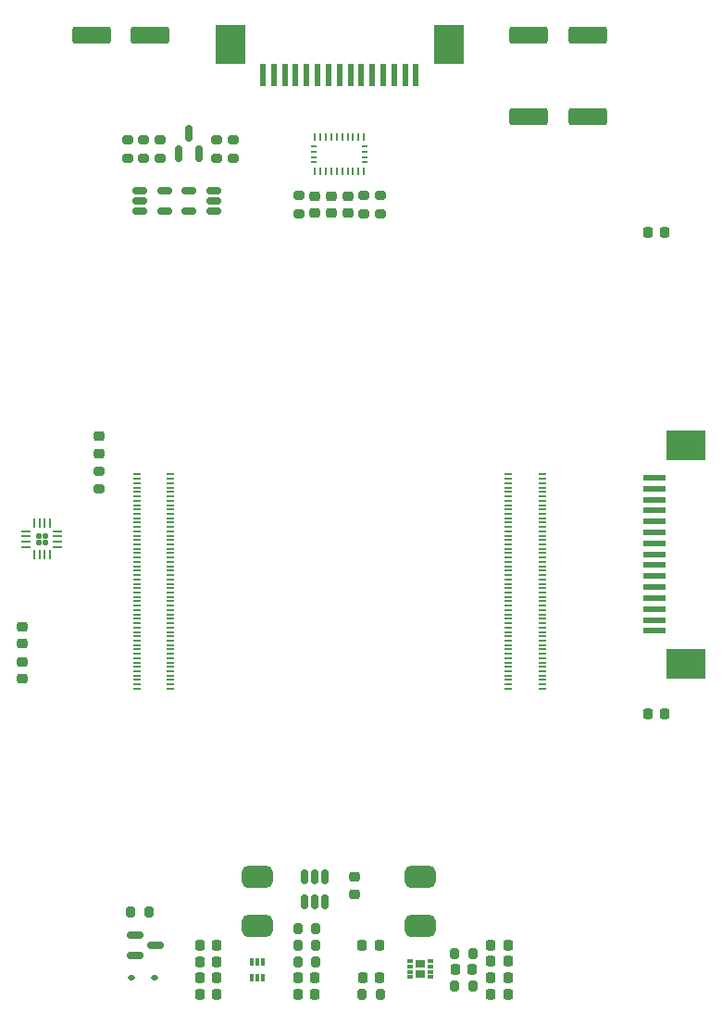
<source format=gbr>
%TF.GenerationSoftware,KiCad,Pcbnew,9.0.7*%
%TF.CreationDate,2026-01-20T00:58:21+01:00*%
%TF.ProjectId,beta-main,62657461-2d6d-4616-996e-2e6b69636164,rev?*%
%TF.SameCoordinates,Original*%
%TF.FileFunction,Paste,Top*%
%TF.FilePolarity,Positive*%
%FSLAX46Y46*%
G04 Gerber Fmt 4.6, Leading zero omitted, Abs format (unit mm)*
G04 Created by KiCad (PCBNEW 9.0.7) date 2026-01-20 00:58:21*
%MOMM*%
%LPD*%
G01*
G04 APERTURE LIST*
G04 Aperture macros list*
%AMRoundRect*
0 Rectangle with rounded corners*
0 $1 Rounding radius*
0 $2 $3 $4 $5 $6 $7 $8 $9 X,Y pos of 4 corners*
0 Add a 4 corners polygon primitive as box body*
4,1,4,$2,$3,$4,$5,$6,$7,$8,$9,$2,$3,0*
0 Add four circle primitives for the rounded corners*
1,1,$1+$1,$2,$3*
1,1,$1+$1,$4,$5*
1,1,$1+$1,$6,$7*
1,1,$1+$1,$8,$9*
0 Add four rect primitives between the rounded corners*
20,1,$1+$1,$2,$3,$4,$5,0*
20,1,$1+$1,$4,$5,$6,$7,0*
20,1,$1+$1,$6,$7,$8,$9,0*
20,1,$1+$1,$8,$9,$2,$3,0*%
G04 Aperture macros list end*
%ADD10RoundRect,0.150000X0.150000X-0.587500X0.150000X0.587500X-0.150000X0.587500X-0.150000X-0.587500X0*%
%ADD11R,0.700000X0.200000*%
%ADD12RoundRect,0.200000X0.200000X0.275000X-0.200000X0.275000X-0.200000X-0.275000X0.200000X-0.275000X0*%
%ADD13RoundRect,0.087500X-0.087500X0.250000X-0.087500X-0.250000X0.087500X-0.250000X0.087500X0.250000X0*%
%ADD14RoundRect,0.225000X0.225000X0.250000X-0.225000X0.250000X-0.225000X-0.250000X0.225000X-0.250000X0*%
%ADD15RoundRect,0.200000X-0.275000X0.200000X-0.275000X-0.200000X0.275000X-0.200000X0.275000X0.200000X0*%
%ADD16RoundRect,0.225000X-0.225000X-0.250000X0.225000X-0.250000X0.225000X0.250000X-0.225000X0.250000X0*%
%ADD17RoundRect,0.500000X0.900000X-0.500000X0.900000X0.500000X-0.900000X0.500000X-0.900000X-0.500000X0*%
%ADD18RoundRect,0.225000X-0.250000X0.225000X-0.250000X-0.225000X0.250000X-0.225000X0.250000X0.225000X0*%
%ADD19RoundRect,0.250000X1.500000X0.550000X-1.500000X0.550000X-1.500000X-0.550000X1.500000X-0.550000X0*%
%ADD20RoundRect,0.200000X0.275000X-0.200000X0.275000X0.200000X-0.275000X0.200000X-0.275000X-0.200000X0*%
%ADD21RoundRect,0.112500X-0.187500X-0.112500X0.187500X-0.112500X0.187500X0.112500X-0.187500X0.112500X0*%
%ADD22R,0.250000X0.675000*%
%ADD23R,0.575000X0.250000*%
%ADD24RoundRect,0.200000X-0.200000X-0.275000X0.200000X-0.275000X0.200000X0.275000X-0.200000X0.275000X0*%
%ADD25RoundRect,0.225000X0.250000X-0.225000X0.250000X0.225000X-0.250000X0.225000X-0.250000X-0.225000X0*%
%ADD26RoundRect,0.218750X0.256250X-0.218750X0.256250X0.218750X-0.256250X0.218750X-0.256250X-0.218750X0*%
%ADD27R,2.000000X0.610000*%
%ADD28R,3.600000X2.680000*%
%ADD29RoundRect,0.250000X-1.500000X-0.550000X1.500000X-0.550000X1.500000X0.550000X-1.500000X0.550000X0*%
%ADD30RoundRect,0.150000X-0.512500X-0.150000X0.512500X-0.150000X0.512500X0.150000X-0.512500X0.150000X0*%
%ADD31R,0.850000X0.650000*%
%ADD32R,0.500000X0.300000*%
%ADD33RoundRect,0.125000X-0.125000X0.125000X-0.125000X-0.125000X0.125000X-0.125000X0.125000X0.125000X0*%
%ADD34RoundRect,0.062500X-0.062500X0.350000X-0.062500X-0.350000X0.062500X-0.350000X0.062500X0.350000X0*%
%ADD35RoundRect,0.062500X-0.350000X0.062500X-0.350000X-0.062500X0.350000X-0.062500X0.350000X0.062500X0*%
%ADD36RoundRect,0.150000X-0.150000X0.512500X-0.150000X-0.512500X0.150000X-0.512500X0.150000X0.512500X0*%
%ADD37RoundRect,0.150000X-0.587500X-0.150000X0.587500X-0.150000X0.587500X0.150000X-0.587500X0.150000X0*%
%ADD38R,0.610000X2.000000*%
%ADD39R,2.680000X3.600000*%
%ADD40RoundRect,0.150000X0.512500X0.150000X-0.512500X0.150000X-0.512500X-0.150000X0.512500X-0.150000X0*%
G04 APERTURE END LIST*
D10*
%TO.C,Q1*%
X85250000Y-63367500D03*
X87150000Y-63367500D03*
X86200000Y-61492500D03*
%TD*%
D11*
%TO.C,CM5*%
X81460000Y-92700000D03*
X84540000Y-92700000D03*
X81460000Y-93100000D03*
X84540000Y-93100000D03*
X81460000Y-93500000D03*
X84540000Y-93500000D03*
X81460000Y-93900000D03*
X84540000Y-93900000D03*
X81460000Y-94300000D03*
X84540000Y-94300000D03*
X81460000Y-94700000D03*
X84540000Y-94700000D03*
X81460000Y-95100000D03*
X84540000Y-95100000D03*
X81460000Y-95500000D03*
X84540000Y-95500000D03*
X81460000Y-95900000D03*
X84540000Y-95900000D03*
X81460000Y-96300000D03*
X84540000Y-96300000D03*
X81460000Y-96700000D03*
X84540000Y-96700000D03*
X81460000Y-97100000D03*
X84540000Y-97100000D03*
X81460000Y-97500000D03*
X84540000Y-97500000D03*
X81460000Y-97900000D03*
X84540000Y-97900000D03*
X81460000Y-98300000D03*
X84540000Y-98300000D03*
X81460000Y-98700000D03*
X84540000Y-98700000D03*
X81460000Y-99100000D03*
X84540000Y-99100000D03*
X81460000Y-99500000D03*
X84540000Y-99500000D03*
X81460000Y-99900000D03*
X84540000Y-99900000D03*
X81460000Y-100300000D03*
X84540000Y-100300000D03*
X81460000Y-100700000D03*
X84540000Y-100700000D03*
X81460000Y-101100000D03*
X84540000Y-101100000D03*
X81460000Y-101500000D03*
X84540000Y-101500000D03*
X81460000Y-101900000D03*
X84540000Y-101900000D03*
X81460000Y-102300000D03*
X84540000Y-102300000D03*
X81460000Y-102700000D03*
X84540000Y-102700000D03*
X81460000Y-103100000D03*
X84540000Y-103100000D03*
X81460000Y-103500000D03*
X84540000Y-103500000D03*
X81460000Y-103900000D03*
X84540000Y-103900000D03*
X81460000Y-104300000D03*
X84540000Y-104300000D03*
X81460000Y-104700000D03*
X84540000Y-104700000D03*
X81460000Y-105100000D03*
X84540000Y-105100000D03*
X81460000Y-105500000D03*
X84540000Y-105500000D03*
X81460000Y-105900000D03*
X84540000Y-105900000D03*
X81460000Y-106300000D03*
X84540000Y-106300000D03*
X81460000Y-106700000D03*
X84540000Y-106700000D03*
X81460000Y-107100000D03*
X84540000Y-107100000D03*
X81460000Y-107500000D03*
X84540000Y-107500000D03*
X81460000Y-107900000D03*
X84540000Y-107900000D03*
X81460000Y-108300000D03*
X84540000Y-108300000D03*
X81460000Y-108700000D03*
X84540000Y-108700000D03*
X81460000Y-109100000D03*
X84540000Y-109100000D03*
X81460000Y-109500000D03*
X84540000Y-109500000D03*
X81460000Y-109900000D03*
X84540000Y-109900000D03*
X81460000Y-110300000D03*
X84540000Y-110300000D03*
X81460000Y-110700000D03*
X84540000Y-110700000D03*
X81460000Y-111100000D03*
X84540000Y-111100000D03*
X81460000Y-111500000D03*
X84540000Y-111500000D03*
X81460000Y-111900000D03*
X84540000Y-111900000D03*
X81460000Y-112300000D03*
X84540000Y-112300000D03*
X115460000Y-92700000D03*
X118540000Y-92700000D03*
X115460000Y-93100000D03*
X118540000Y-93100000D03*
X115460000Y-93500000D03*
X118540000Y-93500000D03*
X115460000Y-93900000D03*
X118540000Y-93900000D03*
X115460000Y-94300000D03*
X118540000Y-94300000D03*
X115460000Y-94700000D03*
X118540000Y-94700000D03*
X115460000Y-95100000D03*
X118540000Y-95100000D03*
X115460000Y-95500000D03*
X118540000Y-95500000D03*
X115460000Y-95900000D03*
X118540000Y-95900000D03*
X115460000Y-96300000D03*
X118540000Y-96300000D03*
X115460000Y-96700000D03*
X118540000Y-96700000D03*
X115460000Y-97100000D03*
X118540000Y-97100000D03*
X115460000Y-97500000D03*
X118540000Y-97500000D03*
X115460000Y-97900000D03*
X118540000Y-97900000D03*
X115460000Y-98300000D03*
X118540000Y-98300000D03*
X115460000Y-98700000D03*
X118540000Y-98700000D03*
X115460000Y-99100000D03*
X118540000Y-99100000D03*
X115460000Y-99500000D03*
X118540000Y-99500000D03*
X115460000Y-99900000D03*
X118540000Y-99900000D03*
X115460000Y-100300000D03*
X118540000Y-100300000D03*
X115460000Y-100700000D03*
X118540000Y-100700000D03*
X115460000Y-101100000D03*
X118540000Y-101100000D03*
X115460000Y-101500000D03*
X118540000Y-101500000D03*
X115460000Y-101900000D03*
X118540000Y-101900000D03*
X115460000Y-102300000D03*
X118540000Y-102300000D03*
X115460000Y-102700000D03*
X118540000Y-102700000D03*
X115460000Y-103100000D03*
X118540000Y-103100000D03*
X115460000Y-103500000D03*
X118540000Y-103500000D03*
X115460000Y-103900000D03*
X118540000Y-103900000D03*
X115460000Y-104300000D03*
X118540000Y-104300000D03*
X115460000Y-104700000D03*
X118540000Y-104700000D03*
X115460000Y-105100000D03*
X118540000Y-105100000D03*
X115460000Y-105500000D03*
X118540000Y-105500000D03*
X115460000Y-105900000D03*
X118540000Y-105900000D03*
X115460000Y-106300000D03*
X118540000Y-106300000D03*
X115460000Y-106700000D03*
X118540000Y-106700000D03*
X115460000Y-107100000D03*
X118540000Y-107100000D03*
X115460000Y-107500000D03*
X118540000Y-107500000D03*
X115460000Y-107900000D03*
X118540000Y-107900000D03*
X115460000Y-108300000D03*
X118540000Y-108300000D03*
X115460000Y-108700000D03*
X118540000Y-108700000D03*
X115460000Y-109100000D03*
X118540000Y-109100000D03*
X115460000Y-109500000D03*
X118540000Y-109500000D03*
X115460000Y-109900000D03*
X118540000Y-109900000D03*
X115460000Y-110300000D03*
X118540000Y-110300000D03*
X115460000Y-110700000D03*
X118540000Y-110700000D03*
X115460000Y-111100000D03*
X118540000Y-111100000D03*
X115460000Y-111500000D03*
X118540000Y-111500000D03*
X115460000Y-111900000D03*
X118540000Y-111900000D03*
X115460000Y-112300000D03*
X118540000Y-112300000D03*
%TD*%
D12*
%TO.C,R7*%
X97825000Y-135750000D03*
X96175000Y-135750000D03*
%TD*%
D13*
%TO.C,U6*%
X93000000Y-137287500D03*
X92500000Y-137287500D03*
X92000000Y-137287500D03*
X92000000Y-138712500D03*
X92500000Y-138712500D03*
X93000000Y-138712500D03*
%TD*%
D14*
%TO.C,C11*%
X88775000Y-135750000D03*
X87225000Y-135750000D03*
%TD*%
D15*
%TO.C,R5*%
X88800000Y-62105000D03*
X88800000Y-63755000D03*
%TD*%
D16*
%TO.C,C18*%
X113862500Y-140237500D03*
X115412500Y-140237500D03*
%TD*%
%TO.C,C13*%
X113862500Y-137237500D03*
X115412500Y-137237500D03*
%TD*%
D17*
%TO.C,L1*%
X92500000Y-134000000D03*
X92500000Y-129500000D03*
%TD*%
D18*
%TO.C,C7*%
X71000000Y-106625000D03*
X71000000Y-108175000D03*
%TD*%
D19*
%TO.C,C12*%
X122700000Y-60000000D03*
X117300000Y-60000000D03*
%TD*%
D12*
%TO.C,R6*%
X103712500Y-140237500D03*
X102062500Y-140237500D03*
%TD*%
D20*
%TO.C,R14*%
X96266606Y-68865669D03*
X96266606Y-67215669D03*
%TD*%
D21*
%TO.C,D2*%
X80950000Y-138750000D03*
X83050000Y-138750000D03*
%TD*%
D15*
%TO.C,R4*%
X90300000Y-62105000D03*
X90300000Y-63755000D03*
%TD*%
D14*
%TO.C,C21*%
X129775000Y-70600000D03*
X128225000Y-70600000D03*
%TD*%
D16*
%TO.C,C20*%
X113862500Y-135737500D03*
X115412500Y-135737500D03*
%TD*%
D14*
%TO.C,C5*%
X103637500Y-135737500D03*
X102087500Y-135737500D03*
%TD*%
D15*
%TO.C,R2*%
X80600000Y-62105000D03*
X80600000Y-63755000D03*
%TD*%
D22*
%TO.C,U3*%
X97750000Y-61858900D03*
D23*
X97687500Y-62671400D03*
X97687500Y-63171400D03*
X97687500Y-63671400D03*
X97687500Y-64171400D03*
D22*
X97750000Y-64983900D03*
X98250000Y-64983900D03*
X98750000Y-64983900D03*
X99250000Y-64983900D03*
X99750000Y-64983900D03*
X100250000Y-64983900D03*
X100750000Y-64983900D03*
X101250000Y-64983900D03*
X101750000Y-64983900D03*
X102250000Y-64983900D03*
D23*
X102312500Y-64171400D03*
X102312500Y-63671400D03*
X102312500Y-63171400D03*
X102312500Y-62671400D03*
D22*
X102250000Y-61858900D03*
X101750000Y-61858900D03*
X101250000Y-61858900D03*
X100750000Y-61858900D03*
X100250000Y-61858900D03*
X99750000Y-61858900D03*
X99250000Y-61858900D03*
X98750000Y-61858900D03*
X98250000Y-61858900D03*
%TD*%
D16*
%TO.C,C6*%
X96225000Y-140250000D03*
X97775000Y-140250000D03*
%TD*%
D15*
%TO.C,R1*%
X83600000Y-62105000D03*
X83600000Y-63755000D03*
%TD*%
D24*
%TO.C,R13*%
X80925000Y-132750000D03*
X82575000Y-132750000D03*
%TD*%
D19*
%TO.C,C24*%
X122700000Y-52500000D03*
X117300000Y-52500000D03*
%TD*%
D25*
%TO.C,C8*%
X71000000Y-111375000D03*
X71000000Y-109825000D03*
%TD*%
D15*
%TO.C,R3*%
X82100000Y-62105000D03*
X82100000Y-63755000D03*
%TD*%
D26*
%TO.C,D1*%
X78000000Y-90787500D03*
X78000000Y-89212500D03*
%TD*%
D24*
%TO.C,R9*%
X96175000Y-134250000D03*
X97825000Y-134250000D03*
%TD*%
D12*
%TO.C,R10*%
X112212500Y-136487500D03*
X110562500Y-136487500D03*
%TD*%
D20*
%TO.C,R16*%
X103766606Y-68865669D03*
X103766606Y-67215669D03*
%TD*%
D18*
%TO.C,C23*%
X99266606Y-67265669D03*
X99266606Y-68815669D03*
%TD*%
D17*
%TO.C,L2*%
X107387500Y-133987500D03*
X107387500Y-129487500D03*
%TD*%
D24*
%TO.C,R8*%
X96175000Y-137250000D03*
X97825000Y-137250000D03*
%TD*%
D27*
%TO.C,J5*%
X128850000Y-107000000D03*
X128850000Y-106000000D03*
X128850000Y-105000000D03*
X128850000Y-104000000D03*
X128850000Y-103000000D03*
X128850000Y-102000000D03*
X128850000Y-101000000D03*
X128850000Y-100000000D03*
X128850000Y-99000000D03*
X128850000Y-98000000D03*
X128850000Y-97000000D03*
X128850000Y-96000000D03*
X128850000Y-95000000D03*
X128850000Y-94000000D03*
X128850000Y-93000000D03*
D28*
X131650000Y-109990000D03*
X131650000Y-90010000D03*
%TD*%
D14*
%TO.C,C4*%
X103662500Y-138737500D03*
X102112500Y-138737500D03*
%TD*%
D24*
%TO.C,R11*%
X110562500Y-139487500D03*
X112212500Y-139487500D03*
%TD*%
D16*
%TO.C,C16*%
X113862500Y-138737500D03*
X115412500Y-138737500D03*
%TD*%
D20*
%TO.C,R15*%
X102266606Y-68865669D03*
X102266606Y-67215669D03*
%TD*%
D29*
%TO.C,C2*%
X77300000Y-52500000D03*
X82700000Y-52500000D03*
%TD*%
D30*
%TO.C,U2*%
X81712500Y-66730000D03*
X81712500Y-67680000D03*
X81712500Y-68630000D03*
X83987500Y-68630000D03*
X83987500Y-66730000D03*
%TD*%
D14*
%TO.C,C10*%
X112162500Y-137987500D03*
X110612500Y-137987500D03*
%TD*%
D25*
%TO.C,C1*%
X97766606Y-68815669D03*
X97766606Y-67265669D03*
%TD*%
D18*
%TO.C,C22*%
X100766606Y-67265669D03*
X100766606Y-68815669D03*
%TD*%
D14*
%TO.C,C19*%
X88775000Y-140250000D03*
X87225000Y-140250000D03*
%TD*%
%TO.C,C14*%
X88775000Y-137250000D03*
X87225000Y-137250000D03*
%TD*%
D31*
%TO.C,U5*%
X107387500Y-138362500D03*
X107387500Y-137487500D03*
D32*
X108287500Y-138675000D03*
X108287500Y-138175000D03*
X108287500Y-137675000D03*
X108287500Y-137175000D03*
X106487500Y-137175000D03*
X106487500Y-137675000D03*
X106487500Y-138175000D03*
X106487500Y-138675000D03*
%TD*%
D33*
%TO.C,U1*%
X73110000Y-98315000D03*
X72490000Y-98315000D03*
X73110000Y-98935000D03*
X72490000Y-98935000D03*
D34*
X73550000Y-97187500D03*
X73050000Y-97187500D03*
X72550000Y-97187500D03*
X72050000Y-97187500D03*
D35*
X71362500Y-97875000D03*
X71362500Y-98375000D03*
X71362500Y-98875000D03*
X71362500Y-99375000D03*
D34*
X72050000Y-100062500D03*
X72550000Y-100062500D03*
X73050000Y-100062500D03*
X73550000Y-100062500D03*
D35*
X74237500Y-99375000D03*
X74237500Y-98875000D03*
X74237500Y-98375000D03*
X74237500Y-97875000D03*
%TD*%
D36*
%TO.C,U7*%
X98700000Y-129462500D03*
X97750000Y-129462500D03*
X96800000Y-129462500D03*
X96800000Y-131737500D03*
X97750000Y-131737500D03*
X98700000Y-131737500D03*
%TD*%
D14*
%TO.C,C17*%
X88775000Y-138750000D03*
X87225000Y-138750000D03*
%TD*%
D20*
%TO.C,R12*%
X78000000Y-94025000D03*
X78000000Y-92375000D03*
%TD*%
D37*
%TO.C,Q2*%
X81312500Y-134800000D03*
X81312500Y-136700000D03*
X83187500Y-135750000D03*
%TD*%
D38*
%TO.C,J8*%
X107000000Y-56150000D03*
X106000000Y-56150000D03*
X105000000Y-56150000D03*
X104000000Y-56150000D03*
X103000000Y-56150000D03*
X102000000Y-56150000D03*
X101000000Y-56150000D03*
X100000000Y-56150000D03*
X99000000Y-56150000D03*
X98000000Y-56150000D03*
X97000000Y-56150000D03*
X96000000Y-56150000D03*
X95000000Y-56150000D03*
X94000000Y-56150000D03*
X93000000Y-56150000D03*
D39*
X109990000Y-53350000D03*
X90010000Y-53350000D03*
%TD*%
D16*
%TO.C,C3*%
X96225000Y-138750000D03*
X97775000Y-138750000D03*
%TD*%
D14*
%TO.C,C15*%
X129775000Y-114600000D03*
X128225000Y-114600000D03*
%TD*%
D18*
%TO.C,C9*%
X101400000Y-129525000D03*
X101400000Y-131075000D03*
%TD*%
D40*
%TO.C,U4*%
X88487500Y-68630000D03*
X88487500Y-67680000D03*
X88487500Y-66730000D03*
X86212500Y-66730000D03*
X86212500Y-68630000D03*
%TD*%
M02*

</source>
